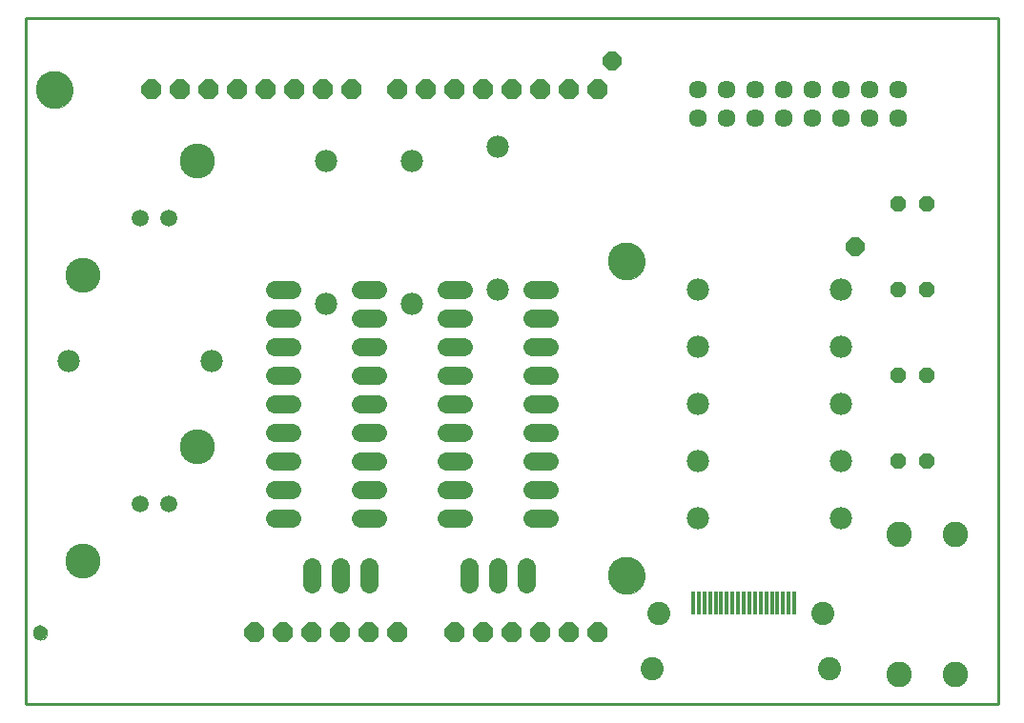
<source format=gts>
G75*
%MOIN*%
%OFA0B0*%
%FSLAX25Y25*%
%IPPOS*%
%LPD*%
%AMOC8*
5,1,8,0,0,1.08239X$1,22.5*
%
%ADD10C,0.00000*%
%ADD11C,0.12998*%
%ADD12C,0.05124*%
%ADD13C,0.01000*%
%ADD14R,0.01581X0.07880*%
%ADD15C,0.08077*%
%ADD16OC8,0.07000*%
%ADD17C,0.06400*%
%ADD18OC8,0.05600*%
%ADD19C,0.07800*%
%ADD20C,0.06337*%
%ADD21C,0.05904*%
%ADD22C,0.12270*%
%ADD23C,0.08900*%
%ADD24OC8,0.06400*%
D10*
X0079638Y0026500D02*
X0079640Y0026597D01*
X0079646Y0026694D01*
X0079656Y0026790D01*
X0079670Y0026886D01*
X0079688Y0026982D01*
X0079709Y0027076D01*
X0079735Y0027170D01*
X0079764Y0027262D01*
X0079798Y0027353D01*
X0079834Y0027443D01*
X0079875Y0027531D01*
X0079919Y0027617D01*
X0079967Y0027702D01*
X0080018Y0027784D01*
X0080072Y0027865D01*
X0080130Y0027943D01*
X0080191Y0028018D01*
X0080254Y0028091D01*
X0080321Y0028162D01*
X0080391Y0028229D01*
X0080463Y0028294D01*
X0080538Y0028355D01*
X0080616Y0028414D01*
X0080695Y0028469D01*
X0080777Y0028521D01*
X0080861Y0028569D01*
X0080947Y0028614D01*
X0081035Y0028656D01*
X0081124Y0028694D01*
X0081215Y0028728D01*
X0081307Y0028758D01*
X0081400Y0028785D01*
X0081495Y0028807D01*
X0081590Y0028826D01*
X0081686Y0028841D01*
X0081782Y0028852D01*
X0081879Y0028859D01*
X0081976Y0028862D01*
X0082073Y0028861D01*
X0082170Y0028856D01*
X0082266Y0028847D01*
X0082362Y0028834D01*
X0082458Y0028817D01*
X0082553Y0028796D01*
X0082646Y0028772D01*
X0082739Y0028743D01*
X0082831Y0028711D01*
X0082921Y0028675D01*
X0083009Y0028636D01*
X0083096Y0028592D01*
X0083181Y0028546D01*
X0083264Y0028495D01*
X0083345Y0028442D01*
X0083423Y0028385D01*
X0083500Y0028325D01*
X0083573Y0028262D01*
X0083644Y0028196D01*
X0083712Y0028127D01*
X0083778Y0028055D01*
X0083840Y0027981D01*
X0083899Y0027904D01*
X0083955Y0027825D01*
X0084008Y0027743D01*
X0084058Y0027660D01*
X0084103Y0027574D01*
X0084146Y0027487D01*
X0084185Y0027398D01*
X0084220Y0027308D01*
X0084251Y0027216D01*
X0084278Y0027123D01*
X0084302Y0027029D01*
X0084322Y0026934D01*
X0084338Y0026838D01*
X0084350Y0026742D01*
X0084358Y0026645D01*
X0084362Y0026548D01*
X0084362Y0026452D01*
X0084358Y0026355D01*
X0084350Y0026258D01*
X0084338Y0026162D01*
X0084322Y0026066D01*
X0084302Y0025971D01*
X0084278Y0025877D01*
X0084251Y0025784D01*
X0084220Y0025692D01*
X0084185Y0025602D01*
X0084146Y0025513D01*
X0084103Y0025426D01*
X0084058Y0025340D01*
X0084008Y0025257D01*
X0083955Y0025175D01*
X0083899Y0025096D01*
X0083840Y0025019D01*
X0083778Y0024945D01*
X0083712Y0024873D01*
X0083644Y0024804D01*
X0083573Y0024738D01*
X0083500Y0024675D01*
X0083423Y0024615D01*
X0083345Y0024558D01*
X0083264Y0024505D01*
X0083181Y0024454D01*
X0083096Y0024408D01*
X0083009Y0024364D01*
X0082921Y0024325D01*
X0082831Y0024289D01*
X0082739Y0024257D01*
X0082646Y0024228D01*
X0082553Y0024204D01*
X0082458Y0024183D01*
X0082362Y0024166D01*
X0082266Y0024153D01*
X0082170Y0024144D01*
X0082073Y0024139D01*
X0081976Y0024138D01*
X0081879Y0024141D01*
X0081782Y0024148D01*
X0081686Y0024159D01*
X0081590Y0024174D01*
X0081495Y0024193D01*
X0081400Y0024215D01*
X0081307Y0024242D01*
X0081215Y0024272D01*
X0081124Y0024306D01*
X0081035Y0024344D01*
X0080947Y0024386D01*
X0080861Y0024431D01*
X0080777Y0024479D01*
X0080695Y0024531D01*
X0080616Y0024586D01*
X0080538Y0024645D01*
X0080463Y0024706D01*
X0080391Y0024771D01*
X0080321Y0024838D01*
X0080254Y0024909D01*
X0080191Y0024982D01*
X0080130Y0025057D01*
X0080072Y0025135D01*
X0080018Y0025216D01*
X0079967Y0025298D01*
X0079919Y0025383D01*
X0079875Y0025469D01*
X0079834Y0025557D01*
X0079798Y0025647D01*
X0079764Y0025738D01*
X0079735Y0025830D01*
X0079709Y0025924D01*
X0079688Y0026018D01*
X0079670Y0026114D01*
X0079656Y0026210D01*
X0079646Y0026306D01*
X0079640Y0026403D01*
X0079638Y0026500D01*
X0280701Y0046500D02*
X0280703Y0046658D01*
X0280709Y0046816D01*
X0280719Y0046974D01*
X0280733Y0047132D01*
X0280751Y0047289D01*
X0280772Y0047446D01*
X0280798Y0047602D01*
X0280828Y0047758D01*
X0280861Y0047913D01*
X0280899Y0048066D01*
X0280940Y0048219D01*
X0280985Y0048371D01*
X0281034Y0048522D01*
X0281087Y0048671D01*
X0281143Y0048819D01*
X0281203Y0048965D01*
X0281267Y0049110D01*
X0281335Y0049253D01*
X0281406Y0049395D01*
X0281480Y0049535D01*
X0281558Y0049672D01*
X0281640Y0049808D01*
X0281724Y0049942D01*
X0281813Y0050073D01*
X0281904Y0050202D01*
X0281999Y0050329D01*
X0282096Y0050454D01*
X0282197Y0050576D01*
X0282301Y0050695D01*
X0282408Y0050812D01*
X0282518Y0050926D01*
X0282631Y0051037D01*
X0282746Y0051146D01*
X0282864Y0051251D01*
X0282985Y0051353D01*
X0283108Y0051453D01*
X0283234Y0051549D01*
X0283362Y0051642D01*
X0283492Y0051732D01*
X0283625Y0051818D01*
X0283760Y0051902D01*
X0283896Y0051981D01*
X0284035Y0052058D01*
X0284176Y0052130D01*
X0284318Y0052200D01*
X0284462Y0052265D01*
X0284608Y0052327D01*
X0284755Y0052385D01*
X0284904Y0052440D01*
X0285054Y0052491D01*
X0285205Y0052538D01*
X0285357Y0052581D01*
X0285510Y0052620D01*
X0285665Y0052656D01*
X0285820Y0052687D01*
X0285976Y0052715D01*
X0286132Y0052739D01*
X0286289Y0052759D01*
X0286447Y0052775D01*
X0286604Y0052787D01*
X0286763Y0052795D01*
X0286921Y0052799D01*
X0287079Y0052799D01*
X0287237Y0052795D01*
X0287396Y0052787D01*
X0287553Y0052775D01*
X0287711Y0052759D01*
X0287868Y0052739D01*
X0288024Y0052715D01*
X0288180Y0052687D01*
X0288335Y0052656D01*
X0288490Y0052620D01*
X0288643Y0052581D01*
X0288795Y0052538D01*
X0288946Y0052491D01*
X0289096Y0052440D01*
X0289245Y0052385D01*
X0289392Y0052327D01*
X0289538Y0052265D01*
X0289682Y0052200D01*
X0289824Y0052130D01*
X0289965Y0052058D01*
X0290104Y0051981D01*
X0290240Y0051902D01*
X0290375Y0051818D01*
X0290508Y0051732D01*
X0290638Y0051642D01*
X0290766Y0051549D01*
X0290892Y0051453D01*
X0291015Y0051353D01*
X0291136Y0051251D01*
X0291254Y0051146D01*
X0291369Y0051037D01*
X0291482Y0050926D01*
X0291592Y0050812D01*
X0291699Y0050695D01*
X0291803Y0050576D01*
X0291904Y0050454D01*
X0292001Y0050329D01*
X0292096Y0050202D01*
X0292187Y0050073D01*
X0292276Y0049942D01*
X0292360Y0049808D01*
X0292442Y0049672D01*
X0292520Y0049535D01*
X0292594Y0049395D01*
X0292665Y0049253D01*
X0292733Y0049110D01*
X0292797Y0048965D01*
X0292857Y0048819D01*
X0292913Y0048671D01*
X0292966Y0048522D01*
X0293015Y0048371D01*
X0293060Y0048219D01*
X0293101Y0048066D01*
X0293139Y0047913D01*
X0293172Y0047758D01*
X0293202Y0047602D01*
X0293228Y0047446D01*
X0293249Y0047289D01*
X0293267Y0047132D01*
X0293281Y0046974D01*
X0293291Y0046816D01*
X0293297Y0046658D01*
X0293299Y0046500D01*
X0293297Y0046342D01*
X0293291Y0046184D01*
X0293281Y0046026D01*
X0293267Y0045868D01*
X0293249Y0045711D01*
X0293228Y0045554D01*
X0293202Y0045398D01*
X0293172Y0045242D01*
X0293139Y0045087D01*
X0293101Y0044934D01*
X0293060Y0044781D01*
X0293015Y0044629D01*
X0292966Y0044478D01*
X0292913Y0044329D01*
X0292857Y0044181D01*
X0292797Y0044035D01*
X0292733Y0043890D01*
X0292665Y0043747D01*
X0292594Y0043605D01*
X0292520Y0043465D01*
X0292442Y0043328D01*
X0292360Y0043192D01*
X0292276Y0043058D01*
X0292187Y0042927D01*
X0292096Y0042798D01*
X0292001Y0042671D01*
X0291904Y0042546D01*
X0291803Y0042424D01*
X0291699Y0042305D01*
X0291592Y0042188D01*
X0291482Y0042074D01*
X0291369Y0041963D01*
X0291254Y0041854D01*
X0291136Y0041749D01*
X0291015Y0041647D01*
X0290892Y0041547D01*
X0290766Y0041451D01*
X0290638Y0041358D01*
X0290508Y0041268D01*
X0290375Y0041182D01*
X0290240Y0041098D01*
X0290104Y0041019D01*
X0289965Y0040942D01*
X0289824Y0040870D01*
X0289682Y0040800D01*
X0289538Y0040735D01*
X0289392Y0040673D01*
X0289245Y0040615D01*
X0289096Y0040560D01*
X0288946Y0040509D01*
X0288795Y0040462D01*
X0288643Y0040419D01*
X0288490Y0040380D01*
X0288335Y0040344D01*
X0288180Y0040313D01*
X0288024Y0040285D01*
X0287868Y0040261D01*
X0287711Y0040241D01*
X0287553Y0040225D01*
X0287396Y0040213D01*
X0287237Y0040205D01*
X0287079Y0040201D01*
X0286921Y0040201D01*
X0286763Y0040205D01*
X0286604Y0040213D01*
X0286447Y0040225D01*
X0286289Y0040241D01*
X0286132Y0040261D01*
X0285976Y0040285D01*
X0285820Y0040313D01*
X0285665Y0040344D01*
X0285510Y0040380D01*
X0285357Y0040419D01*
X0285205Y0040462D01*
X0285054Y0040509D01*
X0284904Y0040560D01*
X0284755Y0040615D01*
X0284608Y0040673D01*
X0284462Y0040735D01*
X0284318Y0040800D01*
X0284176Y0040870D01*
X0284035Y0040942D01*
X0283896Y0041019D01*
X0283760Y0041098D01*
X0283625Y0041182D01*
X0283492Y0041268D01*
X0283362Y0041358D01*
X0283234Y0041451D01*
X0283108Y0041547D01*
X0282985Y0041647D01*
X0282864Y0041749D01*
X0282746Y0041854D01*
X0282631Y0041963D01*
X0282518Y0042074D01*
X0282408Y0042188D01*
X0282301Y0042305D01*
X0282197Y0042424D01*
X0282096Y0042546D01*
X0281999Y0042671D01*
X0281904Y0042798D01*
X0281813Y0042927D01*
X0281724Y0043058D01*
X0281640Y0043192D01*
X0281558Y0043328D01*
X0281480Y0043465D01*
X0281406Y0043605D01*
X0281335Y0043747D01*
X0281267Y0043890D01*
X0281203Y0044035D01*
X0281143Y0044181D01*
X0281087Y0044329D01*
X0281034Y0044478D01*
X0280985Y0044629D01*
X0280940Y0044781D01*
X0280899Y0044934D01*
X0280861Y0045087D01*
X0280828Y0045242D01*
X0280798Y0045398D01*
X0280772Y0045554D01*
X0280751Y0045711D01*
X0280733Y0045868D01*
X0280719Y0046026D01*
X0280709Y0046184D01*
X0280703Y0046342D01*
X0280701Y0046500D01*
X0280701Y0156500D02*
X0280703Y0156658D01*
X0280709Y0156816D01*
X0280719Y0156974D01*
X0280733Y0157132D01*
X0280751Y0157289D01*
X0280772Y0157446D01*
X0280798Y0157602D01*
X0280828Y0157758D01*
X0280861Y0157913D01*
X0280899Y0158066D01*
X0280940Y0158219D01*
X0280985Y0158371D01*
X0281034Y0158522D01*
X0281087Y0158671D01*
X0281143Y0158819D01*
X0281203Y0158965D01*
X0281267Y0159110D01*
X0281335Y0159253D01*
X0281406Y0159395D01*
X0281480Y0159535D01*
X0281558Y0159672D01*
X0281640Y0159808D01*
X0281724Y0159942D01*
X0281813Y0160073D01*
X0281904Y0160202D01*
X0281999Y0160329D01*
X0282096Y0160454D01*
X0282197Y0160576D01*
X0282301Y0160695D01*
X0282408Y0160812D01*
X0282518Y0160926D01*
X0282631Y0161037D01*
X0282746Y0161146D01*
X0282864Y0161251D01*
X0282985Y0161353D01*
X0283108Y0161453D01*
X0283234Y0161549D01*
X0283362Y0161642D01*
X0283492Y0161732D01*
X0283625Y0161818D01*
X0283760Y0161902D01*
X0283896Y0161981D01*
X0284035Y0162058D01*
X0284176Y0162130D01*
X0284318Y0162200D01*
X0284462Y0162265D01*
X0284608Y0162327D01*
X0284755Y0162385D01*
X0284904Y0162440D01*
X0285054Y0162491D01*
X0285205Y0162538D01*
X0285357Y0162581D01*
X0285510Y0162620D01*
X0285665Y0162656D01*
X0285820Y0162687D01*
X0285976Y0162715D01*
X0286132Y0162739D01*
X0286289Y0162759D01*
X0286447Y0162775D01*
X0286604Y0162787D01*
X0286763Y0162795D01*
X0286921Y0162799D01*
X0287079Y0162799D01*
X0287237Y0162795D01*
X0287396Y0162787D01*
X0287553Y0162775D01*
X0287711Y0162759D01*
X0287868Y0162739D01*
X0288024Y0162715D01*
X0288180Y0162687D01*
X0288335Y0162656D01*
X0288490Y0162620D01*
X0288643Y0162581D01*
X0288795Y0162538D01*
X0288946Y0162491D01*
X0289096Y0162440D01*
X0289245Y0162385D01*
X0289392Y0162327D01*
X0289538Y0162265D01*
X0289682Y0162200D01*
X0289824Y0162130D01*
X0289965Y0162058D01*
X0290104Y0161981D01*
X0290240Y0161902D01*
X0290375Y0161818D01*
X0290508Y0161732D01*
X0290638Y0161642D01*
X0290766Y0161549D01*
X0290892Y0161453D01*
X0291015Y0161353D01*
X0291136Y0161251D01*
X0291254Y0161146D01*
X0291369Y0161037D01*
X0291482Y0160926D01*
X0291592Y0160812D01*
X0291699Y0160695D01*
X0291803Y0160576D01*
X0291904Y0160454D01*
X0292001Y0160329D01*
X0292096Y0160202D01*
X0292187Y0160073D01*
X0292276Y0159942D01*
X0292360Y0159808D01*
X0292442Y0159672D01*
X0292520Y0159535D01*
X0292594Y0159395D01*
X0292665Y0159253D01*
X0292733Y0159110D01*
X0292797Y0158965D01*
X0292857Y0158819D01*
X0292913Y0158671D01*
X0292966Y0158522D01*
X0293015Y0158371D01*
X0293060Y0158219D01*
X0293101Y0158066D01*
X0293139Y0157913D01*
X0293172Y0157758D01*
X0293202Y0157602D01*
X0293228Y0157446D01*
X0293249Y0157289D01*
X0293267Y0157132D01*
X0293281Y0156974D01*
X0293291Y0156816D01*
X0293297Y0156658D01*
X0293299Y0156500D01*
X0293297Y0156342D01*
X0293291Y0156184D01*
X0293281Y0156026D01*
X0293267Y0155868D01*
X0293249Y0155711D01*
X0293228Y0155554D01*
X0293202Y0155398D01*
X0293172Y0155242D01*
X0293139Y0155087D01*
X0293101Y0154934D01*
X0293060Y0154781D01*
X0293015Y0154629D01*
X0292966Y0154478D01*
X0292913Y0154329D01*
X0292857Y0154181D01*
X0292797Y0154035D01*
X0292733Y0153890D01*
X0292665Y0153747D01*
X0292594Y0153605D01*
X0292520Y0153465D01*
X0292442Y0153328D01*
X0292360Y0153192D01*
X0292276Y0153058D01*
X0292187Y0152927D01*
X0292096Y0152798D01*
X0292001Y0152671D01*
X0291904Y0152546D01*
X0291803Y0152424D01*
X0291699Y0152305D01*
X0291592Y0152188D01*
X0291482Y0152074D01*
X0291369Y0151963D01*
X0291254Y0151854D01*
X0291136Y0151749D01*
X0291015Y0151647D01*
X0290892Y0151547D01*
X0290766Y0151451D01*
X0290638Y0151358D01*
X0290508Y0151268D01*
X0290375Y0151182D01*
X0290240Y0151098D01*
X0290104Y0151019D01*
X0289965Y0150942D01*
X0289824Y0150870D01*
X0289682Y0150800D01*
X0289538Y0150735D01*
X0289392Y0150673D01*
X0289245Y0150615D01*
X0289096Y0150560D01*
X0288946Y0150509D01*
X0288795Y0150462D01*
X0288643Y0150419D01*
X0288490Y0150380D01*
X0288335Y0150344D01*
X0288180Y0150313D01*
X0288024Y0150285D01*
X0287868Y0150261D01*
X0287711Y0150241D01*
X0287553Y0150225D01*
X0287396Y0150213D01*
X0287237Y0150205D01*
X0287079Y0150201D01*
X0286921Y0150201D01*
X0286763Y0150205D01*
X0286604Y0150213D01*
X0286447Y0150225D01*
X0286289Y0150241D01*
X0286132Y0150261D01*
X0285976Y0150285D01*
X0285820Y0150313D01*
X0285665Y0150344D01*
X0285510Y0150380D01*
X0285357Y0150419D01*
X0285205Y0150462D01*
X0285054Y0150509D01*
X0284904Y0150560D01*
X0284755Y0150615D01*
X0284608Y0150673D01*
X0284462Y0150735D01*
X0284318Y0150800D01*
X0284176Y0150870D01*
X0284035Y0150942D01*
X0283896Y0151019D01*
X0283760Y0151098D01*
X0283625Y0151182D01*
X0283492Y0151268D01*
X0283362Y0151358D01*
X0283234Y0151451D01*
X0283108Y0151547D01*
X0282985Y0151647D01*
X0282864Y0151749D01*
X0282746Y0151854D01*
X0282631Y0151963D01*
X0282518Y0152074D01*
X0282408Y0152188D01*
X0282301Y0152305D01*
X0282197Y0152424D01*
X0282096Y0152546D01*
X0281999Y0152671D01*
X0281904Y0152798D01*
X0281813Y0152927D01*
X0281724Y0153058D01*
X0281640Y0153192D01*
X0281558Y0153328D01*
X0281480Y0153465D01*
X0281406Y0153605D01*
X0281335Y0153747D01*
X0281267Y0153890D01*
X0281203Y0154035D01*
X0281143Y0154181D01*
X0281087Y0154329D01*
X0281034Y0154478D01*
X0280985Y0154629D01*
X0280940Y0154781D01*
X0280899Y0154934D01*
X0280861Y0155087D01*
X0280828Y0155242D01*
X0280798Y0155398D01*
X0280772Y0155554D01*
X0280751Y0155711D01*
X0280733Y0155868D01*
X0280719Y0156026D01*
X0280709Y0156184D01*
X0280703Y0156342D01*
X0280701Y0156500D01*
X0080701Y0216500D02*
X0080703Y0216658D01*
X0080709Y0216816D01*
X0080719Y0216974D01*
X0080733Y0217132D01*
X0080751Y0217289D01*
X0080772Y0217446D01*
X0080798Y0217602D01*
X0080828Y0217758D01*
X0080861Y0217913D01*
X0080899Y0218066D01*
X0080940Y0218219D01*
X0080985Y0218371D01*
X0081034Y0218522D01*
X0081087Y0218671D01*
X0081143Y0218819D01*
X0081203Y0218965D01*
X0081267Y0219110D01*
X0081335Y0219253D01*
X0081406Y0219395D01*
X0081480Y0219535D01*
X0081558Y0219672D01*
X0081640Y0219808D01*
X0081724Y0219942D01*
X0081813Y0220073D01*
X0081904Y0220202D01*
X0081999Y0220329D01*
X0082096Y0220454D01*
X0082197Y0220576D01*
X0082301Y0220695D01*
X0082408Y0220812D01*
X0082518Y0220926D01*
X0082631Y0221037D01*
X0082746Y0221146D01*
X0082864Y0221251D01*
X0082985Y0221353D01*
X0083108Y0221453D01*
X0083234Y0221549D01*
X0083362Y0221642D01*
X0083492Y0221732D01*
X0083625Y0221818D01*
X0083760Y0221902D01*
X0083896Y0221981D01*
X0084035Y0222058D01*
X0084176Y0222130D01*
X0084318Y0222200D01*
X0084462Y0222265D01*
X0084608Y0222327D01*
X0084755Y0222385D01*
X0084904Y0222440D01*
X0085054Y0222491D01*
X0085205Y0222538D01*
X0085357Y0222581D01*
X0085510Y0222620D01*
X0085665Y0222656D01*
X0085820Y0222687D01*
X0085976Y0222715D01*
X0086132Y0222739D01*
X0086289Y0222759D01*
X0086447Y0222775D01*
X0086604Y0222787D01*
X0086763Y0222795D01*
X0086921Y0222799D01*
X0087079Y0222799D01*
X0087237Y0222795D01*
X0087396Y0222787D01*
X0087553Y0222775D01*
X0087711Y0222759D01*
X0087868Y0222739D01*
X0088024Y0222715D01*
X0088180Y0222687D01*
X0088335Y0222656D01*
X0088490Y0222620D01*
X0088643Y0222581D01*
X0088795Y0222538D01*
X0088946Y0222491D01*
X0089096Y0222440D01*
X0089245Y0222385D01*
X0089392Y0222327D01*
X0089538Y0222265D01*
X0089682Y0222200D01*
X0089824Y0222130D01*
X0089965Y0222058D01*
X0090104Y0221981D01*
X0090240Y0221902D01*
X0090375Y0221818D01*
X0090508Y0221732D01*
X0090638Y0221642D01*
X0090766Y0221549D01*
X0090892Y0221453D01*
X0091015Y0221353D01*
X0091136Y0221251D01*
X0091254Y0221146D01*
X0091369Y0221037D01*
X0091482Y0220926D01*
X0091592Y0220812D01*
X0091699Y0220695D01*
X0091803Y0220576D01*
X0091904Y0220454D01*
X0092001Y0220329D01*
X0092096Y0220202D01*
X0092187Y0220073D01*
X0092276Y0219942D01*
X0092360Y0219808D01*
X0092442Y0219672D01*
X0092520Y0219535D01*
X0092594Y0219395D01*
X0092665Y0219253D01*
X0092733Y0219110D01*
X0092797Y0218965D01*
X0092857Y0218819D01*
X0092913Y0218671D01*
X0092966Y0218522D01*
X0093015Y0218371D01*
X0093060Y0218219D01*
X0093101Y0218066D01*
X0093139Y0217913D01*
X0093172Y0217758D01*
X0093202Y0217602D01*
X0093228Y0217446D01*
X0093249Y0217289D01*
X0093267Y0217132D01*
X0093281Y0216974D01*
X0093291Y0216816D01*
X0093297Y0216658D01*
X0093299Y0216500D01*
X0093297Y0216342D01*
X0093291Y0216184D01*
X0093281Y0216026D01*
X0093267Y0215868D01*
X0093249Y0215711D01*
X0093228Y0215554D01*
X0093202Y0215398D01*
X0093172Y0215242D01*
X0093139Y0215087D01*
X0093101Y0214934D01*
X0093060Y0214781D01*
X0093015Y0214629D01*
X0092966Y0214478D01*
X0092913Y0214329D01*
X0092857Y0214181D01*
X0092797Y0214035D01*
X0092733Y0213890D01*
X0092665Y0213747D01*
X0092594Y0213605D01*
X0092520Y0213465D01*
X0092442Y0213328D01*
X0092360Y0213192D01*
X0092276Y0213058D01*
X0092187Y0212927D01*
X0092096Y0212798D01*
X0092001Y0212671D01*
X0091904Y0212546D01*
X0091803Y0212424D01*
X0091699Y0212305D01*
X0091592Y0212188D01*
X0091482Y0212074D01*
X0091369Y0211963D01*
X0091254Y0211854D01*
X0091136Y0211749D01*
X0091015Y0211647D01*
X0090892Y0211547D01*
X0090766Y0211451D01*
X0090638Y0211358D01*
X0090508Y0211268D01*
X0090375Y0211182D01*
X0090240Y0211098D01*
X0090104Y0211019D01*
X0089965Y0210942D01*
X0089824Y0210870D01*
X0089682Y0210800D01*
X0089538Y0210735D01*
X0089392Y0210673D01*
X0089245Y0210615D01*
X0089096Y0210560D01*
X0088946Y0210509D01*
X0088795Y0210462D01*
X0088643Y0210419D01*
X0088490Y0210380D01*
X0088335Y0210344D01*
X0088180Y0210313D01*
X0088024Y0210285D01*
X0087868Y0210261D01*
X0087711Y0210241D01*
X0087553Y0210225D01*
X0087396Y0210213D01*
X0087237Y0210205D01*
X0087079Y0210201D01*
X0086921Y0210201D01*
X0086763Y0210205D01*
X0086604Y0210213D01*
X0086447Y0210225D01*
X0086289Y0210241D01*
X0086132Y0210261D01*
X0085976Y0210285D01*
X0085820Y0210313D01*
X0085665Y0210344D01*
X0085510Y0210380D01*
X0085357Y0210419D01*
X0085205Y0210462D01*
X0085054Y0210509D01*
X0084904Y0210560D01*
X0084755Y0210615D01*
X0084608Y0210673D01*
X0084462Y0210735D01*
X0084318Y0210800D01*
X0084176Y0210870D01*
X0084035Y0210942D01*
X0083896Y0211019D01*
X0083760Y0211098D01*
X0083625Y0211182D01*
X0083492Y0211268D01*
X0083362Y0211358D01*
X0083234Y0211451D01*
X0083108Y0211547D01*
X0082985Y0211647D01*
X0082864Y0211749D01*
X0082746Y0211854D01*
X0082631Y0211963D01*
X0082518Y0212074D01*
X0082408Y0212188D01*
X0082301Y0212305D01*
X0082197Y0212424D01*
X0082096Y0212546D01*
X0081999Y0212671D01*
X0081904Y0212798D01*
X0081813Y0212927D01*
X0081724Y0213058D01*
X0081640Y0213192D01*
X0081558Y0213328D01*
X0081480Y0213465D01*
X0081406Y0213605D01*
X0081335Y0213747D01*
X0081267Y0213890D01*
X0081203Y0214035D01*
X0081143Y0214181D01*
X0081087Y0214329D01*
X0081034Y0214478D01*
X0080985Y0214629D01*
X0080940Y0214781D01*
X0080899Y0214934D01*
X0080861Y0215087D01*
X0080828Y0215242D01*
X0080798Y0215398D01*
X0080772Y0215554D01*
X0080751Y0215711D01*
X0080733Y0215868D01*
X0080719Y0216026D01*
X0080709Y0216184D01*
X0080703Y0216342D01*
X0080701Y0216500D01*
D11*
X0087000Y0216500D03*
X0287000Y0156500D03*
X0287000Y0046500D03*
D12*
X0082000Y0026500D03*
D13*
X0077000Y0001500D02*
X0417000Y0001500D01*
X0417000Y0241500D01*
X0077000Y0241500D01*
X0077000Y0001500D01*
D14*
X0310268Y0037051D03*
X0312236Y0037051D03*
X0314205Y0037051D03*
X0316173Y0037051D03*
X0318142Y0037051D03*
X0320110Y0037051D03*
X0322079Y0037051D03*
X0324047Y0037051D03*
X0326016Y0037051D03*
X0327984Y0037051D03*
X0329953Y0037051D03*
X0331921Y0037051D03*
X0333890Y0037051D03*
X0335858Y0037051D03*
X0337827Y0037051D03*
X0339795Y0037051D03*
X0341764Y0037051D03*
X0343732Y0037051D03*
X0345701Y0037051D03*
D15*
X0355543Y0033311D03*
X0357906Y0014020D03*
X0298457Y0033311D03*
X0296094Y0014020D03*
D16*
X0277000Y0026500D03*
X0267000Y0026500D03*
X0257000Y0026500D03*
X0247000Y0026500D03*
X0237000Y0026500D03*
X0227000Y0026500D03*
X0207000Y0026500D03*
X0197000Y0026500D03*
X0187000Y0026500D03*
X0177000Y0026500D03*
X0167000Y0026500D03*
X0157000Y0026500D03*
X0161000Y0216500D03*
X0151000Y0216500D03*
X0141000Y0216500D03*
X0131000Y0216500D03*
X0121000Y0216500D03*
X0171000Y0216500D03*
X0181000Y0216500D03*
X0191000Y0216500D03*
X0207000Y0216500D03*
X0217000Y0216500D03*
X0227000Y0216500D03*
X0237000Y0216500D03*
X0247000Y0216500D03*
X0257000Y0216500D03*
X0267000Y0216500D03*
X0277000Y0216500D03*
D17*
X0260000Y0146500D02*
X0254000Y0146500D01*
X0254000Y0136500D02*
X0260000Y0136500D01*
X0260000Y0126500D02*
X0254000Y0126500D01*
X0254000Y0116500D02*
X0260000Y0116500D01*
X0260000Y0106500D02*
X0254000Y0106500D01*
X0254000Y0096500D02*
X0260000Y0096500D01*
X0260000Y0086500D02*
X0254000Y0086500D01*
X0254000Y0076500D02*
X0260000Y0076500D01*
X0260000Y0066500D02*
X0254000Y0066500D01*
X0230000Y0066500D02*
X0224000Y0066500D01*
X0224000Y0076500D02*
X0230000Y0076500D01*
X0230000Y0086500D02*
X0224000Y0086500D01*
X0224000Y0096500D02*
X0230000Y0096500D01*
X0230000Y0106500D02*
X0224000Y0106500D01*
X0224000Y0116500D02*
X0230000Y0116500D01*
X0230000Y0126500D02*
X0224000Y0126500D01*
X0224000Y0136500D02*
X0230000Y0136500D01*
X0230000Y0146500D02*
X0224000Y0146500D01*
X0200000Y0146500D02*
X0194000Y0146500D01*
X0194000Y0136500D02*
X0200000Y0136500D01*
X0200000Y0126500D02*
X0194000Y0126500D01*
X0194000Y0116500D02*
X0200000Y0116500D01*
X0200000Y0106500D02*
X0194000Y0106500D01*
X0194000Y0096500D02*
X0200000Y0096500D01*
X0200000Y0086500D02*
X0194000Y0086500D01*
X0194000Y0076500D02*
X0200000Y0076500D01*
X0200000Y0066500D02*
X0194000Y0066500D01*
X0170000Y0066500D02*
X0164000Y0066500D01*
X0164000Y0076500D02*
X0170000Y0076500D01*
X0170000Y0086500D02*
X0164000Y0086500D01*
X0164000Y0096500D02*
X0170000Y0096500D01*
X0170000Y0106500D02*
X0164000Y0106500D01*
X0164000Y0116500D02*
X0170000Y0116500D01*
X0170000Y0126500D02*
X0164000Y0126500D01*
X0164000Y0136500D02*
X0170000Y0136500D01*
X0170000Y0146500D02*
X0164000Y0146500D01*
X0177000Y0049500D02*
X0177000Y0043500D01*
X0187000Y0043500D02*
X0187000Y0049500D01*
X0197000Y0049500D02*
X0197000Y0043500D01*
X0232000Y0043500D02*
X0232000Y0049500D01*
X0242000Y0049500D02*
X0242000Y0043500D01*
X0252000Y0043500D02*
X0252000Y0049500D01*
D18*
X0382000Y0086500D03*
X0392000Y0086500D03*
X0392000Y0116500D03*
X0382000Y0116500D03*
X0382000Y0146500D03*
X0392000Y0146500D03*
X0392000Y0176500D03*
X0382000Y0176500D03*
D19*
X0362000Y0146500D03*
X0362000Y0126500D03*
X0362000Y0106500D03*
X0362000Y0086500D03*
X0362000Y0066500D03*
X0312000Y0066500D03*
X0312000Y0086500D03*
X0312000Y0106500D03*
X0312000Y0126500D03*
X0312000Y0146500D03*
X0242000Y0146500D03*
X0212000Y0141500D03*
X0182000Y0141500D03*
X0142000Y0121500D03*
X0092000Y0121500D03*
X0182000Y0191500D03*
X0212000Y0191500D03*
X0242000Y0196500D03*
D20*
X0312000Y0206500D03*
X0322000Y0206500D03*
X0332000Y0206500D03*
X0342000Y0206500D03*
X0352000Y0206500D03*
X0362000Y0206500D03*
X0372000Y0206500D03*
X0382000Y0206500D03*
X0382000Y0216500D03*
X0372000Y0216500D03*
X0362000Y0216500D03*
X0352000Y0216500D03*
X0342000Y0216500D03*
X0332000Y0216500D03*
X0322000Y0216500D03*
X0312000Y0216500D03*
D21*
X0127000Y0171500D03*
X0117000Y0171500D03*
X0117000Y0071500D03*
X0127000Y0071500D03*
D22*
X0137000Y0091500D03*
X0097000Y0051500D03*
X0097000Y0151500D03*
X0137000Y0191500D03*
D23*
X0382157Y0061106D03*
X0401843Y0061106D03*
X0401843Y0011894D03*
X0382157Y0011894D03*
D24*
X0367000Y0161500D03*
X0282000Y0226500D03*
M02*

</source>
